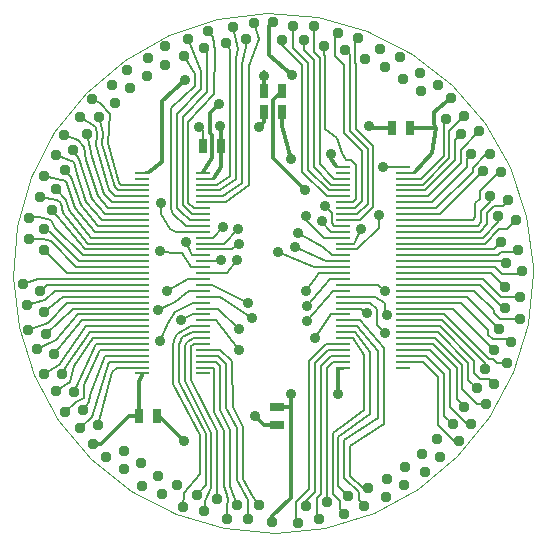
<source format=gtl>
G04 (created by PCBNEW-RS274X (2012-apr-16-27)-stable) date Thu 13 Mar 2014 06:24:37 PM EDT*
G01*
G70*
G90*
%MOIN*%
G04 Gerber Fmt 3.4, Leading zero omitted, Abs format*
%FSLAX34Y34*%
G04 APERTURE LIST*
%ADD10C,0.006000*%
%ADD11C,0.000400*%
%ADD12R,0.025000X0.045000*%
%ADD13C,0.037000*%
%ADD14R,0.045000X0.025000*%
%ADD15R,0.045300X0.009800*%
%ADD16C,0.035000*%
%ADD17C,0.008000*%
%ADD18C,0.011800*%
G04 APERTURE END LIST*
G54D10*
G54D11*
X48032Y-39370D02*
X47867Y-41052D01*
X47378Y-42670D01*
X46584Y-44163D01*
X45516Y-45473D01*
X44213Y-46551D01*
X42726Y-47355D01*
X41111Y-47855D01*
X39430Y-48031D01*
X37747Y-47878D01*
X36126Y-47401D01*
X34628Y-46618D01*
X33310Y-45558D01*
X32223Y-44263D01*
X31409Y-42782D01*
X30898Y-41170D01*
X30709Y-39490D01*
X30851Y-37807D01*
X31317Y-36182D01*
X32090Y-34678D01*
X33140Y-33353D01*
X34427Y-32258D01*
X35903Y-31433D01*
X37510Y-30911D01*
X39189Y-30710D01*
X40874Y-30840D01*
X42502Y-31295D01*
X44011Y-32057D01*
X45343Y-33098D01*
X46448Y-34377D01*
X47283Y-35847D01*
X47816Y-37451D01*
X48028Y-39129D01*
X48032Y-39370D01*
G54D12*
X39070Y-34016D03*
X39670Y-34016D03*
X39070Y-33307D03*
X39670Y-33307D03*
G54D13*
X33386Y-45059D03*
X39350Y-47677D03*
G54D12*
X43942Y-34528D03*
X43342Y-34528D03*
X37643Y-35118D03*
X37043Y-35118D03*
X35517Y-44134D03*
X34917Y-44134D03*
G54D14*
X39508Y-44434D03*
X39508Y-43834D03*
G54D15*
X37028Y-42716D03*
X37028Y-42520D03*
X37028Y-42323D03*
X37028Y-42126D03*
X37028Y-41929D03*
X37028Y-41732D03*
X37028Y-41535D03*
X37028Y-41339D03*
X37028Y-41142D03*
X37028Y-40945D03*
X37028Y-40748D03*
X37028Y-40551D03*
X37028Y-40354D03*
X37028Y-40157D03*
X37028Y-39961D03*
X37028Y-39764D03*
X37028Y-39567D03*
X37028Y-39370D03*
X37028Y-39173D03*
X37028Y-38976D03*
X37028Y-38779D03*
X37028Y-38583D03*
X37028Y-38386D03*
X37028Y-38189D03*
X37028Y-37992D03*
X37028Y-37795D03*
X37028Y-37598D03*
X37028Y-37401D03*
X37028Y-37205D03*
X37028Y-37008D03*
X37028Y-36811D03*
X37028Y-36614D03*
X37028Y-36417D03*
X37028Y-36220D03*
X37028Y-36024D03*
X35020Y-36024D03*
X35020Y-36220D03*
X35020Y-36417D03*
X35020Y-36614D03*
X35020Y-36811D03*
X35020Y-37008D03*
X35020Y-37205D03*
X35020Y-37401D03*
X35020Y-37598D03*
X35020Y-37795D03*
X35020Y-37992D03*
X35020Y-38189D03*
X35020Y-38386D03*
X35020Y-38583D03*
X35020Y-38779D03*
X35020Y-38976D03*
X35020Y-39173D03*
X35020Y-39370D03*
X35020Y-39567D03*
X35020Y-39764D03*
X35020Y-39961D03*
X35020Y-40157D03*
X35020Y-40354D03*
X35020Y-40551D03*
X35020Y-40748D03*
X35020Y-40945D03*
X35020Y-41142D03*
X35020Y-41339D03*
X35020Y-41535D03*
X35020Y-41732D03*
X35020Y-41929D03*
X35020Y-42126D03*
X35020Y-42323D03*
X35020Y-42520D03*
X35020Y-42716D03*
X43721Y-42519D03*
X43721Y-42323D03*
X43721Y-42126D03*
X43721Y-41929D03*
X43721Y-41732D03*
X43721Y-41535D03*
X43721Y-41338D03*
X43721Y-41142D03*
X43721Y-40945D03*
X43721Y-40748D03*
X43721Y-40551D03*
X43721Y-40354D03*
X43721Y-40157D03*
X43721Y-39960D03*
X43721Y-39764D03*
X43721Y-39567D03*
X43721Y-39370D03*
X43721Y-39173D03*
X43721Y-38976D03*
X43721Y-38779D03*
X43721Y-38582D03*
X43721Y-38386D03*
X43721Y-38189D03*
X43721Y-37992D03*
X43721Y-37795D03*
X43721Y-37598D03*
X43721Y-37401D03*
X43721Y-37204D03*
X43721Y-37008D03*
X43721Y-36811D03*
X43721Y-36614D03*
X43721Y-36417D03*
X43721Y-36220D03*
X43721Y-36023D03*
X43721Y-35827D03*
X41713Y-35827D03*
X41713Y-36023D03*
X41713Y-36220D03*
X41713Y-36417D03*
X41713Y-36614D03*
X41713Y-36811D03*
X41713Y-37008D03*
X41713Y-37204D03*
X41713Y-37401D03*
X41713Y-37598D03*
X41713Y-37795D03*
X41713Y-37992D03*
X41713Y-38189D03*
X41713Y-38386D03*
X41713Y-38582D03*
X41713Y-38779D03*
X41713Y-38976D03*
X41713Y-39173D03*
X41713Y-39370D03*
X41713Y-39567D03*
X41713Y-39764D03*
X41713Y-39960D03*
X41713Y-40157D03*
X41713Y-40354D03*
X41713Y-40551D03*
X41713Y-40748D03*
X41713Y-40945D03*
X41713Y-41142D03*
X41713Y-41338D03*
X41713Y-41535D03*
X41713Y-41732D03*
X41713Y-41929D03*
X41713Y-42126D03*
X41713Y-42323D03*
X41713Y-42519D03*
G54D13*
X33346Y-33583D03*
X32952Y-34172D03*
X33558Y-34151D03*
X33164Y-34740D03*
X37835Y-47579D03*
X38544Y-47579D03*
X38189Y-47087D03*
X38898Y-47087D03*
X37520Y-46890D03*
X36825Y-46751D03*
X37076Y-47303D03*
X36381Y-47164D03*
X36181Y-46417D03*
X35526Y-46146D03*
X35666Y-46736D03*
X35011Y-46465D03*
X34980Y-45689D03*
X34391Y-45295D03*
X34412Y-45901D03*
X33823Y-45507D03*
X32441Y-44016D03*
X32942Y-44517D03*
X33039Y-43918D03*
X33541Y-44420D03*
X31732Y-42717D03*
X32125Y-43307D03*
X32338Y-42739D03*
X32731Y-43328D03*
X31220Y-41260D03*
X31491Y-41915D03*
X31810Y-41399D03*
X32081Y-42054D03*
X31043Y-39724D03*
X31181Y-40419D03*
X31594Y-39976D03*
X31732Y-40671D03*
X31240Y-37539D03*
X31240Y-38248D03*
X31732Y-37893D03*
X31732Y-38602D03*
X31732Y-36122D03*
X31593Y-36817D03*
X32145Y-36566D03*
X32006Y-37261D03*
X32402Y-34764D03*
X32131Y-35419D03*
X32721Y-35279D03*
X32450Y-35934D03*
X34094Y-33701D03*
X34595Y-33200D03*
X33996Y-33103D03*
X34498Y-32601D03*
X35177Y-32815D03*
X35767Y-32422D03*
X35199Y-32209D03*
X35788Y-31816D03*
X36417Y-32146D03*
X37072Y-31875D03*
X36556Y-31556D03*
X37211Y-31285D03*
X38740Y-31024D03*
X38045Y-31162D03*
X38488Y-31575D03*
X37793Y-31713D03*
X41083Y-31791D03*
X41778Y-31930D03*
X41527Y-31378D03*
X42222Y-31517D03*
X40217Y-47697D03*
X40912Y-47559D03*
X40469Y-47146D03*
X41164Y-47008D03*
X42539Y-46535D03*
X41884Y-46806D03*
X42400Y-47125D03*
X41745Y-47396D03*
X43760Y-45827D03*
X43170Y-46220D03*
X43738Y-46433D03*
X43149Y-46826D03*
X44843Y-44902D03*
X44342Y-45403D03*
X44941Y-45500D03*
X44439Y-46002D03*
X45571Y-44980D03*
X45965Y-44391D03*
X45359Y-44412D03*
X45753Y-43823D03*
X46476Y-43720D03*
X46747Y-43065D03*
X46157Y-43205D03*
X46428Y-42550D03*
X47165Y-42362D03*
X47304Y-41667D03*
X46752Y-41918D03*
X46891Y-41223D03*
X47598Y-40886D03*
X47598Y-40177D03*
X47106Y-40532D03*
X47106Y-39823D03*
X47677Y-39291D03*
X47539Y-38596D03*
X47126Y-39039D03*
X46988Y-38344D03*
X47480Y-37598D03*
X47209Y-36943D03*
X46890Y-37459D03*
X46619Y-36804D03*
X46988Y-36004D03*
X46595Y-35414D03*
X46382Y-35982D03*
X45989Y-35393D03*
X46240Y-34646D03*
X45739Y-34145D03*
X45642Y-34744D03*
X45140Y-34242D03*
X43720Y-32913D03*
X44309Y-33307D03*
X44288Y-32701D03*
X44877Y-33095D03*
X40748Y-31122D03*
X40039Y-31122D03*
X40394Y-31614D03*
X39685Y-31614D03*
X39370Y-31004D03*
X45295Y-33543D03*
X42441Y-32224D03*
X43096Y-32495D03*
X42956Y-31905D03*
X43611Y-32176D03*
G54D16*
X41102Y-37146D03*
X41004Y-37618D03*
X40472Y-37461D03*
X42323Y-37913D03*
X42894Y-37441D03*
X40217Y-38031D03*
X40118Y-38504D03*
X39528Y-38681D03*
X40472Y-39961D03*
X40492Y-40472D03*
X43091Y-39980D03*
X40512Y-40965D03*
X43169Y-40768D03*
X43110Y-41378D03*
X42500Y-40689D03*
X40787Y-41535D03*
X36437Y-32933D03*
X39075Y-32795D03*
X37559Y-33740D03*
X38917Y-34508D03*
X35630Y-37028D03*
X37717Y-37835D03*
X38209Y-37913D03*
X38248Y-38406D03*
X36457Y-38346D03*
X37638Y-38917D03*
X35591Y-38622D03*
X38189Y-38917D03*
X35827Y-39961D03*
X38543Y-40354D03*
X35531Y-40610D03*
X38661Y-40866D03*
X35610Y-41634D03*
X38228Y-41240D03*
X36319Y-40945D03*
X38228Y-41949D03*
X40453Y-36614D03*
X41299Y-35394D03*
X39980Y-35571D03*
X43051Y-35827D03*
X36417Y-44961D03*
X38760Y-44134D03*
X36909Y-34488D03*
X42559Y-34469D03*
X39980Y-43386D03*
X41535Y-43386D03*
X37618Y-34469D03*
X40000Y-32756D03*
G54D17*
X43721Y-36614D02*
X44429Y-36614D01*
X45448Y-34938D02*
X45642Y-34744D01*
X45448Y-35595D02*
X45448Y-34938D01*
X44429Y-36614D02*
X45448Y-35595D01*
X43721Y-36811D02*
X44527Y-36811D01*
X45630Y-35256D02*
X46240Y-34646D01*
X45630Y-35708D02*
X45630Y-35256D01*
X44527Y-36811D02*
X45630Y-35708D01*
X43721Y-37008D02*
X44665Y-37008D01*
X45827Y-35555D02*
X45989Y-35393D01*
X45827Y-35846D02*
X45827Y-35555D01*
X44665Y-37008D02*
X45827Y-35846D01*
X44823Y-37204D02*
X46024Y-36003D01*
X46024Y-36003D02*
X46024Y-35866D01*
X43721Y-37204D02*
X44823Y-37204D01*
X46024Y-35866D02*
X46476Y-35414D01*
X46476Y-35414D02*
X46595Y-35414D01*
X43721Y-37401D02*
X44941Y-37401D01*
X46382Y-35960D02*
X46382Y-35982D01*
X44941Y-37401D02*
X46382Y-35960D01*
X43721Y-37598D02*
X46024Y-37598D01*
X46280Y-36890D02*
X46280Y-36634D01*
X46910Y-36004D02*
X46988Y-36004D01*
X46122Y-37500D02*
X46122Y-37048D01*
X46122Y-37048D02*
X46280Y-36890D01*
X46280Y-36634D02*
X46910Y-36004D01*
X46024Y-37598D02*
X46122Y-37500D01*
X43721Y-37795D02*
X46196Y-37795D01*
X46319Y-37672D02*
X46319Y-37284D01*
X46196Y-37795D02*
X46319Y-37672D01*
X46619Y-36984D02*
X46619Y-36804D01*
X46319Y-37284D02*
X46619Y-36984D01*
X46260Y-37992D02*
X46516Y-37736D01*
X43721Y-37992D02*
X46260Y-37992D01*
X46516Y-37362D02*
X46752Y-37126D01*
X46752Y-37126D02*
X47026Y-37126D01*
X46516Y-37736D02*
X46516Y-37362D01*
X47026Y-37126D02*
X47209Y-36943D01*
X46358Y-38189D02*
X46890Y-37657D01*
X43721Y-38189D02*
X46358Y-38189D01*
X46890Y-37657D02*
X46890Y-37459D01*
X46436Y-38386D02*
X46909Y-37913D01*
X46909Y-37913D02*
X47165Y-37913D01*
X47165Y-37913D02*
X47480Y-37598D01*
X43721Y-38386D02*
X46436Y-38386D01*
X43721Y-38582D02*
X46750Y-38582D01*
X46750Y-38582D02*
X46988Y-38344D01*
X46871Y-38779D02*
X46969Y-38681D01*
X46969Y-38681D02*
X47454Y-38681D01*
X47454Y-38681D02*
X47539Y-38596D01*
X43721Y-38779D02*
X46871Y-38779D01*
X43721Y-38976D02*
X47063Y-38976D01*
X47063Y-38976D02*
X47126Y-39039D01*
X43721Y-39173D02*
X46772Y-39173D01*
X46772Y-39173D02*
X47008Y-39409D01*
X47008Y-39409D02*
X47559Y-39409D01*
X47559Y-39409D02*
X47677Y-39291D01*
X43721Y-39370D02*
X46653Y-39370D01*
X46653Y-39370D02*
X47106Y-39823D01*
X46359Y-39567D02*
X46969Y-40177D01*
X46969Y-40177D02*
X47598Y-40177D01*
X43721Y-39567D02*
X46359Y-39567D01*
X47047Y-40532D02*
X47106Y-40532D01*
X43721Y-39764D02*
X46279Y-39764D01*
X46279Y-39764D02*
X47047Y-40532D01*
X43721Y-39960D02*
X46082Y-39960D01*
X46082Y-39960D02*
X46732Y-40610D01*
X46732Y-40610D02*
X46732Y-40689D01*
X46929Y-40886D02*
X47598Y-40886D01*
X46732Y-40689D02*
X46929Y-40886D01*
X45825Y-40157D02*
X46891Y-41223D01*
X43721Y-40157D02*
X45825Y-40157D01*
X43721Y-40354D02*
X45629Y-40354D01*
X47192Y-41555D02*
X47304Y-41667D01*
X46555Y-41280D02*
X46555Y-41417D01*
X46693Y-41555D02*
X47192Y-41555D01*
X45629Y-40354D02*
X46555Y-41280D01*
X46555Y-41417D02*
X46693Y-41555D01*
X43721Y-40551D02*
X45385Y-40551D01*
X45385Y-40551D02*
X46752Y-41918D01*
X46575Y-42244D02*
X46712Y-42244D01*
X45079Y-40748D02*
X46575Y-42244D01*
X46712Y-42244D02*
X46830Y-42362D01*
X46830Y-42362D02*
X47165Y-42362D01*
X43721Y-40748D02*
X45079Y-40748D01*
X46428Y-42373D02*
X46428Y-42550D01*
X43721Y-40945D02*
X45000Y-40945D01*
X45000Y-40945D02*
X46428Y-42373D01*
X46280Y-42894D02*
X46576Y-42894D01*
X44941Y-41142D02*
X46083Y-42284D01*
X46576Y-42894D02*
X46747Y-43065D01*
X46083Y-42284D02*
X46083Y-42697D01*
X46083Y-42697D02*
X46280Y-42894D01*
X43721Y-41142D02*
X44941Y-41142D01*
X44862Y-41338D02*
X45886Y-42362D01*
X45886Y-42362D02*
X45886Y-42934D01*
X45886Y-42934D02*
X46157Y-43205D01*
X43721Y-41338D02*
X44862Y-41338D01*
X45689Y-43248D02*
X46161Y-43720D01*
X43721Y-41535D02*
X44783Y-41535D01*
X45689Y-42441D02*
X45689Y-43248D01*
X46161Y-43720D02*
X46476Y-43720D01*
X44783Y-41535D02*
X45689Y-42441D01*
X45492Y-43562D02*
X45753Y-43823D01*
X43721Y-41732D02*
X44704Y-41732D01*
X45492Y-42520D02*
X45492Y-43562D01*
X44704Y-41732D02*
X45492Y-42520D01*
X44606Y-41929D02*
X45276Y-42599D01*
X45828Y-44391D02*
X45965Y-44391D01*
X45276Y-42599D02*
X45276Y-43839D01*
X43721Y-41929D02*
X44606Y-41929D01*
X45276Y-43839D02*
X45828Y-44391D01*
X44488Y-42126D02*
X45079Y-42717D01*
X43721Y-42126D02*
X44488Y-42126D01*
X45079Y-44132D02*
X45359Y-44412D01*
X45079Y-42717D02*
X45079Y-44132D01*
X45413Y-44980D02*
X45571Y-44980D01*
X44370Y-42323D02*
X44882Y-42835D01*
X43721Y-42323D02*
X44370Y-42323D01*
X44882Y-42835D02*
X44882Y-44449D01*
X44882Y-44449D02*
X45413Y-44980D01*
X41398Y-36220D02*
X40925Y-35748D01*
X41713Y-36220D02*
X41398Y-36220D01*
X40925Y-32186D02*
X40748Y-32008D01*
X40925Y-35748D02*
X40925Y-32186D01*
X40748Y-32008D02*
X40748Y-31122D01*
X40728Y-35846D02*
X40728Y-32283D01*
X41713Y-36417D02*
X41319Y-36417D01*
X40394Y-31929D02*
X40394Y-31614D01*
X41319Y-36417D02*
X40728Y-35846D01*
X40728Y-32283D02*
X40394Y-31929D01*
X40531Y-32363D02*
X40039Y-31850D01*
X41240Y-36614D02*
X40531Y-35926D01*
X41713Y-36614D02*
X41240Y-36614D01*
X40039Y-31850D02*
X40039Y-31122D01*
X40531Y-35926D02*
X40531Y-32363D01*
X39685Y-31772D02*
X39685Y-31614D01*
X40335Y-32442D02*
X39685Y-31772D01*
X41713Y-36811D02*
X41162Y-36811D01*
X41162Y-36811D02*
X40335Y-36004D01*
X40335Y-36004D02*
X40335Y-32442D01*
X42027Y-37008D02*
X42146Y-36889D01*
X42146Y-35768D02*
X41988Y-35610D01*
X41791Y-35610D02*
X41673Y-35354D01*
X41988Y-35610D02*
X41791Y-35610D01*
X42146Y-36889D02*
X42146Y-35768D01*
X41673Y-35354D02*
X41496Y-34882D01*
X41122Y-34567D02*
X41122Y-32165D01*
X41122Y-32165D02*
X41083Y-32067D01*
X41083Y-32067D02*
X41083Y-31791D01*
X41496Y-34882D02*
X41122Y-34567D01*
X41713Y-37008D02*
X42027Y-37008D01*
X41732Y-34704D02*
X41732Y-32441D01*
X42343Y-35315D02*
X41732Y-34704D01*
X42343Y-36968D02*
X42343Y-35315D01*
X42107Y-37204D02*
X42343Y-36968D01*
X41437Y-31468D02*
X41527Y-31378D01*
X41732Y-32441D02*
X41437Y-32146D01*
X41437Y-32146D02*
X41437Y-31468D01*
X41713Y-37204D02*
X42107Y-37204D01*
X42525Y-35237D02*
X41929Y-34641D01*
X41929Y-34641D02*
X41929Y-32081D01*
X42525Y-37062D02*
X42525Y-35237D01*
X42186Y-37401D02*
X42525Y-37062D01*
X41929Y-32081D02*
X41778Y-31930D01*
X41713Y-37401D02*
X42186Y-37401D01*
X42111Y-32367D02*
X42111Y-31628D01*
X41713Y-37598D02*
X42264Y-37598D01*
X42111Y-31628D02*
X42222Y-31517D01*
X42126Y-32382D02*
X42111Y-32367D01*
X42126Y-34567D02*
X42126Y-32382D01*
X42707Y-35148D02*
X42126Y-34567D01*
X42264Y-37598D02*
X42707Y-37155D01*
X42707Y-37155D02*
X42707Y-35148D01*
X41418Y-37795D02*
X41339Y-37716D01*
X41713Y-37795D02*
X41418Y-37795D01*
X41339Y-37716D02*
X41339Y-37383D01*
X41339Y-37383D02*
X41102Y-37146D01*
X41713Y-37992D02*
X41319Y-37992D01*
X41319Y-37992D02*
X41004Y-37677D01*
X41004Y-37677D02*
X41004Y-37618D01*
X40472Y-37598D02*
X40472Y-37461D01*
X41063Y-38189D02*
X40472Y-37598D01*
X41063Y-38189D02*
X41713Y-38189D01*
X41713Y-38386D02*
X42067Y-38386D01*
X42067Y-38386D02*
X42323Y-37913D01*
X42185Y-38582D02*
X42894Y-37873D01*
X42894Y-37873D02*
X42894Y-37441D01*
X41713Y-38582D02*
X42185Y-38582D01*
X41713Y-38779D02*
X41338Y-38779D01*
X41043Y-38484D02*
X40217Y-38031D01*
X41338Y-38779D02*
X41043Y-38484D01*
X41555Y-38976D02*
X41142Y-38976D01*
X41142Y-38976D02*
X40118Y-38504D01*
X41713Y-38976D02*
X41575Y-38976D01*
X41575Y-38976D02*
X41555Y-38976D01*
X40728Y-39173D02*
X39528Y-38681D01*
X41713Y-39173D02*
X40728Y-39173D01*
X41713Y-39370D02*
X40905Y-39370D01*
X40905Y-39370D02*
X40472Y-39961D01*
X41713Y-39567D02*
X41280Y-39567D01*
X41280Y-39567D02*
X40492Y-40472D01*
X42875Y-39764D02*
X43091Y-39980D01*
X41713Y-39764D02*
X42875Y-39764D01*
X41713Y-39960D02*
X41378Y-39961D01*
X41378Y-39961D02*
X40512Y-40965D01*
X41713Y-40157D02*
X42776Y-40157D01*
X43110Y-40708D02*
X43169Y-40768D01*
X42776Y-40157D02*
X43110Y-40374D01*
X43110Y-40374D02*
X43110Y-40708D01*
X42618Y-40354D02*
X42835Y-40571D01*
X42835Y-40571D02*
X42835Y-41103D01*
X42835Y-41103D02*
X43110Y-41378D01*
X41713Y-40354D02*
X42618Y-40354D01*
X42303Y-40551D02*
X42500Y-40689D01*
X41713Y-40551D02*
X42303Y-40551D01*
X41713Y-40748D02*
X41319Y-40748D01*
X41319Y-40748D02*
X40787Y-41535D01*
X41319Y-40748D02*
X41319Y-40748D01*
X41949Y-46122D02*
X42362Y-46535D01*
X41949Y-45138D02*
X41949Y-46122D01*
X43071Y-41858D02*
X43071Y-44415D01*
X42362Y-46535D02*
X42539Y-46535D01*
X43071Y-44415D02*
X41949Y-45138D01*
X42266Y-40945D02*
X43071Y-41858D01*
X41713Y-40945D02*
X42266Y-40945D01*
X42224Y-46949D02*
X42400Y-47125D01*
X41752Y-46201D02*
X42224Y-46673D01*
X42224Y-46673D02*
X42224Y-46949D01*
X42874Y-41953D02*
X42874Y-44213D01*
X41713Y-41142D02*
X42185Y-41142D01*
X41752Y-44942D02*
X41752Y-46201D01*
X42874Y-44213D02*
X41752Y-44942D01*
X42185Y-41142D02*
X42874Y-41953D01*
X41555Y-44823D02*
X41555Y-46477D01*
X41555Y-46477D02*
X41884Y-46806D01*
X41713Y-41338D02*
X42105Y-41338D01*
X42105Y-41338D02*
X42618Y-42014D01*
X42618Y-42014D02*
X42618Y-44055D01*
X42618Y-44055D02*
X41555Y-44823D01*
X42402Y-42106D02*
X42402Y-42736D01*
X41594Y-46968D02*
X41594Y-47245D01*
X41594Y-47245D02*
X41745Y-47396D01*
X41358Y-46732D02*
X41594Y-46968D01*
X41890Y-44331D02*
X41358Y-44705D01*
X41358Y-44705D02*
X41358Y-46732D01*
X41713Y-41535D02*
X42027Y-41535D01*
X42027Y-41535D02*
X42402Y-42106D01*
X42402Y-42736D02*
X42402Y-43937D01*
X42402Y-43937D02*
X41890Y-44331D01*
X40571Y-46575D02*
X40138Y-47008D01*
X41142Y-41732D02*
X40571Y-42303D01*
X40138Y-47618D02*
X40217Y-47697D01*
X41713Y-41732D02*
X41142Y-41732D01*
X40138Y-47008D02*
X40138Y-47618D01*
X40571Y-42303D02*
X40571Y-46575D01*
X40768Y-46653D02*
X40469Y-46952D01*
X40768Y-42382D02*
X40768Y-46653D01*
X40469Y-46952D02*
X40469Y-47146D01*
X41713Y-41929D02*
X41221Y-41929D01*
X41221Y-41929D02*
X40768Y-42382D01*
X40827Y-46870D02*
X40827Y-47474D01*
X40827Y-47474D02*
X40912Y-47559D01*
X41713Y-42126D02*
X41299Y-42126D01*
X40965Y-46732D02*
X40827Y-46870D01*
X41299Y-42126D02*
X40965Y-42460D01*
X40965Y-42460D02*
X40965Y-46732D01*
X41339Y-42362D02*
X41338Y-42362D01*
X41164Y-42536D02*
X41164Y-47008D01*
X41338Y-42362D02*
X41164Y-42536D01*
X41378Y-42323D02*
X41339Y-42362D01*
X41713Y-42323D02*
X41378Y-42323D01*
X45059Y-35452D02*
X45059Y-34323D01*
X43721Y-36220D02*
X44291Y-36220D01*
X44291Y-36220D02*
X45059Y-35452D01*
X45059Y-34323D02*
X45140Y-34242D01*
X44370Y-36417D02*
X45256Y-35531D01*
X45256Y-34628D02*
X45739Y-34145D01*
X43721Y-36417D02*
X44370Y-36417D01*
X45256Y-35531D02*
X45256Y-34628D01*
X35020Y-36024D02*
X35256Y-36004D01*
G54D18*
X35689Y-35650D02*
X35689Y-33622D01*
X35256Y-36004D02*
X35689Y-35650D01*
G54D17*
X39075Y-32795D02*
X39070Y-32682D01*
G54D18*
X39070Y-32682D02*
X39070Y-33307D01*
X35689Y-33622D02*
X36437Y-32933D01*
X37028Y-36004D02*
X37343Y-35531D01*
X38917Y-34508D02*
X39075Y-34331D01*
X37343Y-34764D02*
X37264Y-34685D01*
G54D17*
X37028Y-36024D02*
X37028Y-36004D01*
G54D18*
X37264Y-34035D02*
X37559Y-33740D01*
X37264Y-34685D02*
X37264Y-34035D01*
X37343Y-35531D02*
X37343Y-34764D01*
X39075Y-34331D02*
X39070Y-34016D01*
G54D17*
X37559Y-33760D02*
X37559Y-33740D01*
X33602Y-33701D02*
X33346Y-33583D01*
X34311Y-36417D02*
X34252Y-36358D01*
X34252Y-36358D02*
X33878Y-35039D01*
X35020Y-36417D02*
X34311Y-36417D01*
X33878Y-35039D02*
X33937Y-34075D01*
X33937Y-34075D02*
X33602Y-33701D01*
X32480Y-36949D02*
X32145Y-36566D01*
X34508Y-38189D02*
X33307Y-38187D01*
X33307Y-38187D02*
X32559Y-37283D01*
X32559Y-37283D02*
X32480Y-36949D01*
X35020Y-38189D02*
X34508Y-38189D01*
X35020Y-38386D02*
X33209Y-38386D01*
X32303Y-37047D02*
X32165Y-36949D01*
X33209Y-38386D02*
X32362Y-37362D01*
X32362Y-37362D02*
X32303Y-37047D01*
X32165Y-36949D02*
X31593Y-36817D01*
X35020Y-38583D02*
X33110Y-38583D01*
X33110Y-38583D02*
X32006Y-37261D01*
X32106Y-37874D02*
X31969Y-37598D01*
X31575Y-37500D02*
X31240Y-37539D01*
X33031Y-38780D02*
X32106Y-37874D01*
X35020Y-38779D02*
X33031Y-38780D01*
X31969Y-37598D02*
X31575Y-37500D01*
X32894Y-38976D02*
X31949Y-37992D01*
X35020Y-38976D02*
X32894Y-38976D01*
X31949Y-37992D02*
X31732Y-37893D01*
X31713Y-38248D02*
X31240Y-38248D01*
X35020Y-39173D02*
X32795Y-39173D01*
X31969Y-38287D02*
X31713Y-38248D01*
X32795Y-39173D02*
X31969Y-38287D01*
X35020Y-39370D02*
X32520Y-39370D01*
X32520Y-39370D02*
X31732Y-38602D01*
X31535Y-39567D02*
X31043Y-39724D01*
X35020Y-39567D02*
X31535Y-39567D01*
X31850Y-39764D02*
X31594Y-39976D01*
X35020Y-39764D02*
X31850Y-39764D01*
X35020Y-39961D02*
X32106Y-39961D01*
X32106Y-39961D02*
X31772Y-40276D01*
X31772Y-40276D02*
X31181Y-40419D01*
X34094Y-36496D02*
X33681Y-35059D01*
X33701Y-34685D02*
X33558Y-34151D01*
X34213Y-36614D02*
X34094Y-36496D01*
X35020Y-36614D02*
X34213Y-36614D01*
X33681Y-35059D02*
X33701Y-34685D01*
X35020Y-40157D02*
X32362Y-40157D01*
X32362Y-40157D02*
X31732Y-40671D01*
X32500Y-40354D02*
X31870Y-41024D01*
X31870Y-41024D02*
X31220Y-41260D01*
X35020Y-40354D02*
X32500Y-40354D01*
X35020Y-40551D02*
X32717Y-40551D01*
X32717Y-40551D02*
X31810Y-41399D01*
X32874Y-40748D02*
X32126Y-41614D01*
X32126Y-41614D02*
X31491Y-41915D01*
X35020Y-40748D02*
X32874Y-40748D01*
X33012Y-40945D02*
X32081Y-42054D01*
X35020Y-40945D02*
X33012Y-40945D01*
X33150Y-41142D02*
X32224Y-42421D01*
X32224Y-42421D02*
X31732Y-42717D01*
X35020Y-41142D02*
X33150Y-41142D01*
X33268Y-41339D02*
X32520Y-42421D01*
X35020Y-41339D02*
X33268Y-41339D01*
X32520Y-42421D02*
X32338Y-42739D01*
X33386Y-41535D02*
X32756Y-42461D01*
X35020Y-41535D02*
X33386Y-41535D01*
X32756Y-42461D02*
X32618Y-42992D01*
X32618Y-42992D02*
X32125Y-43307D01*
X33484Y-41732D02*
X32731Y-43328D01*
X35020Y-41732D02*
X33484Y-41732D01*
X35020Y-41929D02*
X33622Y-41929D01*
X33622Y-41929D02*
X33084Y-43109D01*
X32795Y-43661D02*
X32441Y-44016D01*
X33071Y-43543D02*
X32795Y-43661D01*
X33084Y-43109D02*
X33071Y-43543D01*
X34094Y-36811D02*
X33917Y-36614D01*
X33504Y-34783D02*
X33465Y-34508D01*
X33465Y-35098D02*
X33504Y-34783D01*
X33917Y-36614D02*
X33465Y-35098D01*
X35020Y-36811D02*
X34094Y-36811D01*
X33465Y-34508D02*
X32952Y-34172D01*
X33287Y-43445D02*
X33228Y-43681D01*
X33760Y-42126D02*
X33287Y-43445D01*
X35020Y-42126D02*
X33760Y-42126D01*
X33228Y-43681D02*
X33039Y-43918D01*
X35020Y-42323D02*
X33898Y-42323D01*
X33327Y-44154D02*
X32942Y-44517D01*
X33898Y-42323D02*
X33327Y-44154D01*
X34173Y-42520D02*
X33996Y-42657D01*
X35020Y-42520D02*
X34173Y-42520D01*
X33996Y-42657D02*
X33541Y-44420D01*
X37520Y-36417D02*
X37953Y-36129D01*
X37953Y-36129D02*
X37953Y-31938D01*
X37028Y-36417D02*
X37520Y-36417D01*
X37953Y-31938D02*
X37793Y-31713D01*
X37598Y-36614D02*
X38150Y-36246D01*
X37028Y-36614D02*
X37559Y-36614D01*
X37559Y-36614D02*
X37598Y-36614D01*
X38150Y-36246D02*
X38150Y-32213D01*
X38209Y-31890D02*
X38045Y-31162D01*
X38150Y-32213D02*
X38209Y-31890D01*
X37028Y-36811D02*
X37697Y-36811D01*
X38484Y-31831D02*
X38488Y-31575D01*
X38346Y-36359D02*
X38346Y-32402D01*
X38346Y-32402D02*
X38484Y-31831D01*
X37697Y-36811D02*
X38346Y-36359D01*
X37028Y-37008D02*
X37795Y-37008D01*
X38898Y-31575D02*
X38740Y-31024D01*
X38564Y-36437D02*
X38583Y-32460D01*
X37795Y-37008D02*
X38564Y-36437D01*
X38583Y-32460D02*
X38898Y-31575D01*
X37362Y-31516D02*
X37211Y-31285D01*
X37403Y-33394D02*
X37430Y-31966D01*
X37028Y-37205D02*
X36732Y-37205D01*
X37430Y-31966D02*
X37362Y-31516D01*
X36555Y-34322D02*
X37403Y-33394D01*
X36732Y-37205D02*
X36555Y-37026D01*
X36555Y-37026D02*
X36555Y-34322D01*
X37028Y-37401D02*
X36713Y-37402D01*
X36359Y-37107D02*
X36359Y-34155D01*
X37165Y-33327D02*
X37165Y-31957D01*
X37165Y-31957D02*
X37072Y-31875D01*
X36496Y-37244D02*
X36359Y-37107D01*
X36673Y-37402D02*
X36496Y-37244D01*
X36713Y-37402D02*
X36673Y-37402D01*
X36359Y-34155D02*
X37165Y-33327D01*
X35020Y-37008D02*
X33996Y-37008D01*
X33740Y-36732D02*
X33346Y-35512D01*
X33996Y-37008D02*
X33740Y-36732D01*
X33346Y-35512D02*
X33164Y-34740D01*
X37028Y-37598D02*
X36614Y-37598D01*
X36969Y-32640D02*
X36556Y-31556D01*
X36161Y-34055D02*
X36969Y-33247D01*
X36969Y-33247D02*
X36969Y-32640D01*
X36614Y-37598D02*
X36299Y-37323D01*
X36161Y-37184D02*
X36161Y-34055D01*
X36299Y-37323D02*
X36280Y-37303D01*
X36280Y-37303D02*
X36161Y-37184D01*
X35965Y-37224D02*
X35965Y-33878D01*
X36772Y-32749D02*
X36417Y-32146D01*
X35965Y-33878D02*
X36772Y-33149D01*
X36476Y-37795D02*
X36043Y-37402D01*
X36772Y-33149D02*
X36772Y-32749D01*
X37028Y-37795D02*
X36476Y-37795D01*
X36043Y-37402D02*
X35965Y-37224D01*
X36142Y-37992D02*
X35945Y-37894D01*
X35630Y-37402D02*
X35630Y-37028D01*
X37028Y-37992D02*
X36673Y-37992D01*
X36673Y-37992D02*
X36142Y-37992D01*
X35945Y-37894D02*
X35630Y-37402D01*
X37363Y-38189D02*
X37028Y-38189D01*
X37363Y-38189D02*
X37717Y-37835D01*
X37028Y-38386D02*
X37736Y-38386D01*
X37736Y-38386D02*
X38209Y-37913D01*
X37028Y-38583D02*
X37362Y-38583D01*
X37362Y-38583D02*
X37362Y-38583D01*
X37362Y-38583D02*
X38021Y-38583D01*
X38021Y-38583D02*
X38248Y-38406D01*
X36791Y-38780D02*
X36673Y-38780D01*
X37028Y-38779D02*
X36791Y-38780D01*
X36673Y-38780D02*
X36457Y-38346D01*
X37028Y-38976D02*
X37579Y-38976D01*
X37579Y-38976D02*
X37638Y-38917D01*
X36356Y-38701D02*
X36002Y-38699D01*
X36002Y-38699D02*
X35591Y-38622D01*
X36654Y-39173D02*
X36356Y-38701D01*
X37028Y-39173D02*
X36654Y-39173D01*
X37854Y-39370D02*
X38189Y-38917D01*
X37028Y-39370D02*
X37854Y-39370D01*
X32874Y-34941D02*
X32402Y-34764D01*
X35020Y-37205D02*
X33878Y-37205D01*
X33130Y-35591D02*
X33071Y-35157D01*
X33543Y-36811D02*
X33130Y-35591D01*
X33071Y-35157D02*
X32874Y-34941D01*
X33878Y-37205D02*
X33543Y-36811D01*
X37028Y-39567D02*
X36555Y-39577D01*
X36555Y-39577D02*
X35827Y-39961D01*
X37028Y-39764D02*
X37343Y-39772D01*
X37343Y-39772D02*
X38543Y-40354D01*
X37028Y-39961D02*
X36575Y-39961D01*
X36201Y-40256D02*
X36043Y-40374D01*
X36575Y-39961D02*
X36299Y-40177D01*
X36299Y-40177D02*
X36201Y-40256D01*
X36043Y-40374D02*
X35531Y-40610D01*
X37598Y-40167D02*
X38661Y-40866D01*
X37028Y-40157D02*
X37598Y-40167D01*
X37028Y-40354D02*
X36693Y-40354D01*
X36693Y-40354D02*
X36102Y-40669D01*
X36102Y-40669D02*
X35886Y-41043D01*
X35886Y-41043D02*
X35610Y-41634D01*
X37028Y-40551D02*
X37539Y-40551D01*
X37539Y-40551D02*
X38228Y-41240D01*
X37028Y-40748D02*
X36693Y-40748D01*
X36693Y-40748D02*
X36319Y-40945D01*
X37460Y-40945D02*
X37480Y-40945D01*
X37028Y-40945D02*
X37461Y-40945D01*
X37480Y-40945D02*
X38228Y-41949D01*
X37461Y-40945D02*
X37460Y-40945D01*
X36063Y-41673D02*
X36043Y-41732D01*
X37028Y-41142D02*
X36654Y-41142D01*
X36161Y-41398D02*
X36083Y-41614D01*
X36083Y-41614D02*
X36063Y-41673D01*
X36417Y-46693D02*
X36381Y-47164D01*
X36929Y-44783D02*
X36929Y-46083D01*
X36043Y-43051D02*
X36929Y-44783D01*
X36654Y-41142D02*
X36161Y-41398D01*
X36929Y-46083D02*
X36417Y-46693D01*
X36043Y-41732D02*
X36043Y-43051D01*
X37126Y-46437D02*
X36825Y-46751D01*
X36240Y-41732D02*
X36240Y-43012D01*
X36260Y-41693D02*
X36240Y-41732D01*
X36693Y-41339D02*
X36339Y-41516D01*
X36240Y-43012D02*
X37126Y-44744D01*
X37028Y-41339D02*
X36693Y-41339D01*
X36339Y-41516D02*
X36260Y-41693D01*
X37126Y-44744D02*
X37126Y-46437D01*
X33346Y-36909D02*
X32913Y-35571D01*
X33780Y-37402D02*
X33346Y-36909D01*
X32913Y-35571D02*
X32721Y-35279D01*
X35020Y-37401D02*
X33780Y-37402D01*
X37028Y-41535D02*
X36732Y-41535D01*
X36732Y-41535D02*
X36496Y-41654D01*
X36496Y-41654D02*
X36437Y-41791D01*
X37323Y-46535D02*
X37106Y-46969D01*
X37106Y-46969D02*
X37076Y-47303D01*
X36437Y-42972D02*
X37323Y-44705D01*
X36437Y-41791D02*
X36437Y-42972D01*
X37323Y-44705D02*
X37323Y-46535D01*
X36772Y-41732D02*
X36673Y-41772D01*
X36634Y-42933D02*
X37520Y-44646D01*
X36634Y-41811D02*
X36634Y-42933D01*
X37520Y-44646D02*
X37520Y-46890D01*
X36673Y-41772D02*
X36634Y-41811D01*
X37028Y-41732D02*
X36772Y-41732D01*
X37992Y-42303D02*
X38012Y-42323D01*
X38012Y-42323D02*
X38031Y-43839D01*
X38031Y-43839D02*
X38386Y-44508D01*
X37618Y-41929D02*
X37992Y-42303D01*
X38720Y-46831D02*
X38898Y-47087D01*
X37028Y-41929D02*
X37618Y-41929D01*
X38386Y-46240D02*
X38720Y-46831D01*
X38386Y-44508D02*
X38386Y-46240D01*
X38169Y-44547D02*
X38169Y-46280D01*
X38543Y-46929D02*
X38544Y-47579D01*
X38169Y-46280D02*
X38543Y-46929D01*
X37480Y-42126D02*
X37539Y-42126D01*
X37815Y-43878D02*
X38169Y-44547D01*
X37815Y-42402D02*
X37815Y-43878D01*
X37028Y-42126D02*
X37480Y-42126D01*
X37539Y-42126D02*
X37815Y-42402D01*
X37953Y-44587D02*
X37953Y-46457D01*
X37461Y-42323D02*
X37598Y-42461D01*
X37402Y-42323D02*
X37461Y-42323D01*
X37028Y-42323D02*
X37402Y-42323D01*
X37618Y-43937D02*
X37953Y-44587D01*
X37598Y-42461D02*
X37618Y-42480D01*
X37618Y-42480D02*
X37618Y-43937D01*
X37953Y-46457D02*
X38189Y-47087D01*
X37421Y-42579D02*
X37421Y-43996D01*
X37835Y-47146D02*
X37835Y-47579D01*
X37756Y-46476D02*
X37835Y-46772D01*
X37421Y-43996D02*
X37756Y-44646D01*
X37756Y-44646D02*
X37756Y-46476D01*
X37362Y-42520D02*
X37421Y-42579D01*
X37835Y-46772D02*
X37874Y-46929D01*
X37028Y-42520D02*
X37362Y-42520D01*
X37874Y-46929D02*
X37835Y-47146D01*
X33150Y-36988D02*
X32854Y-36083D01*
X33661Y-37598D02*
X33150Y-36988D01*
X35020Y-37598D02*
X33661Y-37598D01*
X32736Y-35650D02*
X32131Y-35419D01*
X32854Y-36083D02*
X32736Y-35650D01*
X33543Y-37795D02*
X32972Y-37106D01*
X32638Y-36181D02*
X32450Y-35934D01*
X35020Y-37795D02*
X33543Y-37795D01*
X32972Y-37106D02*
X32638Y-36181D01*
X35020Y-37992D02*
X33445Y-37997D01*
X32776Y-37205D02*
X32461Y-36299D01*
X33445Y-37997D02*
X32776Y-37205D01*
X32461Y-36299D02*
X31732Y-36122D01*
G54D18*
X39370Y-35531D02*
X39370Y-33607D01*
G54D17*
X41555Y-35827D02*
X41476Y-35807D01*
G54D18*
X41476Y-35807D02*
X41299Y-35571D01*
X39370Y-33607D02*
X39670Y-33307D01*
X41299Y-35571D02*
X41299Y-35394D01*
X40453Y-36614D02*
X39370Y-35531D01*
G54D17*
X41713Y-35827D02*
X41555Y-35827D01*
X43721Y-35827D02*
X43051Y-35827D01*
G54D18*
X39670Y-34453D02*
X39670Y-34016D01*
X39980Y-35571D02*
X39670Y-34453D01*
X39060Y-44434D02*
X38760Y-44134D01*
X42618Y-34528D02*
X42559Y-34469D01*
G54D17*
X35517Y-44134D02*
X35590Y-44134D01*
G54D18*
X39060Y-44434D02*
X39508Y-44434D01*
X35590Y-44134D02*
X36417Y-44961D01*
G54D17*
X37043Y-35118D02*
X37043Y-34602D01*
X37043Y-34602D02*
X36909Y-34488D01*
X36983Y-34542D02*
X36909Y-34488D01*
G54D18*
X43342Y-34528D02*
X42618Y-34528D01*
X39980Y-46850D02*
X39350Y-47480D01*
X39980Y-43386D02*
X39980Y-43839D01*
X39508Y-43834D02*
X39980Y-43834D01*
G54D17*
X39980Y-43839D02*
X39528Y-43839D01*
G54D18*
X39350Y-47480D02*
X39350Y-47677D01*
X39980Y-43386D02*
X39980Y-46850D01*
G54D17*
X41713Y-42578D02*
X41555Y-42579D01*
X41713Y-42519D02*
X41713Y-42578D01*
X39980Y-43834D02*
X39980Y-43839D01*
G54D18*
X41555Y-42579D02*
X41535Y-43386D01*
X44114Y-36004D02*
X44685Y-35354D01*
G54D17*
X43721Y-36023D02*
X44035Y-36023D01*
X44035Y-36023D02*
X44114Y-36004D01*
G54D18*
X44803Y-34528D02*
X44744Y-34390D01*
X44744Y-34390D02*
X44744Y-34015D01*
G54D17*
X45295Y-33543D02*
X45295Y-33544D01*
G54D18*
X44685Y-35354D02*
X44803Y-34528D01*
G54D17*
X44803Y-34528D02*
X44803Y-34528D01*
G54D18*
X43942Y-34528D02*
X44803Y-34528D01*
X44744Y-34015D02*
X45295Y-33543D01*
X39232Y-31142D02*
X39370Y-31004D01*
X37643Y-35118D02*
X37643Y-34514D01*
G54D17*
X37643Y-34514D02*
X37618Y-34469D01*
X37402Y-36220D02*
X37402Y-36201D01*
X37638Y-35123D02*
X37643Y-35118D01*
G54D18*
X37638Y-35846D02*
X37638Y-35123D01*
X37402Y-36201D02*
X37638Y-35846D01*
X40000Y-32756D02*
X39232Y-32106D01*
X39232Y-32106D02*
X39232Y-31142D01*
G54D17*
X37618Y-34469D02*
X37618Y-34469D01*
X37028Y-36220D02*
X37382Y-36220D01*
X37382Y-36220D02*
X37402Y-36220D01*
X37402Y-36220D02*
X37402Y-36220D01*
G54D18*
X33386Y-45059D02*
X33642Y-45059D01*
X34567Y-44134D02*
X34917Y-44134D01*
X33642Y-45059D02*
X34567Y-44134D01*
G54D17*
X35020Y-42716D02*
X35020Y-42776D01*
G54D18*
X34917Y-42997D02*
X34917Y-44134D01*
X35020Y-42776D02*
X34917Y-42997D01*
M02*

</source>
